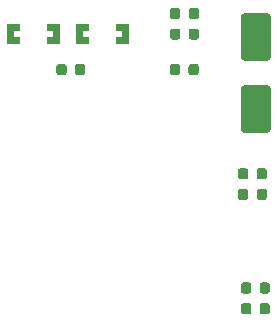
<source format=gbr>
%TF.GenerationSoftware,KiCad,Pcbnew,5.99.0-unknown-ad88874~101~ubuntu20.04.1*%
%TF.CreationDate,2020-05-19T21:35:34-04:00*%
%TF.ProjectId,L6205DIP,4c363230-3544-4495-902e-6b696361645f,rev?*%
%TF.SameCoordinates,Original*%
%TF.FileFunction,Paste,Top*%
%TF.FilePolarity,Positive*%
%FSLAX46Y46*%
G04 Gerber Fmt 4.6, Leading zero omitted, Abs format (unit mm)*
G04 Created by KiCad (PCBNEW 5.99.0-unknown-ad88874~101~ubuntu20.04.1) date 2020-05-19 21:35:34*
%MOMM*%
%LPD*%
G01*
G04 APERTURE LIST*
G04 APERTURE END LIST*
%TO.C,C1*%
G36*
G01*
X128737500Y-115081250D02*
X128737500Y-114568750D01*
G75*
G02*
X128956250Y-114350000I218750J0D01*
G01*
X129393750Y-114350000D01*
G75*
G02*
X129612500Y-114568750I0J-218750D01*
G01*
X129612500Y-115081250D01*
G75*
G02*
X129393750Y-115300000I-218750J0D01*
G01*
X128956250Y-115300000D01*
G75*
G02*
X128737500Y-115081250I0J218750D01*
G01*
G37*
G36*
G01*
X130312500Y-115081250D02*
X130312500Y-114568750D01*
G75*
G02*
X130531250Y-114350000I218750J0D01*
G01*
X130968750Y-114350000D01*
G75*
G02*
X131187500Y-114568750I0J-218750D01*
G01*
X131187500Y-115081250D01*
G75*
G02*
X130968750Y-115300000I-218750J0D01*
G01*
X130531250Y-115300000D01*
G75*
G02*
X130312500Y-115081250I0J218750D01*
G01*
G37*
%TD*%
%TO.C,C2*%
G36*
G01*
X130562500Y-126506250D02*
X130562500Y-125993750D01*
G75*
G02*
X130781250Y-125775000I218750J0D01*
G01*
X131218750Y-125775000D01*
G75*
G02*
X131437500Y-125993750I0J-218750D01*
G01*
X131437500Y-126506250D01*
G75*
G02*
X131218750Y-126725000I-218750J0D01*
G01*
X130781250Y-126725000D01*
G75*
G02*
X130562500Y-126506250I0J218750D01*
G01*
G37*
G36*
G01*
X128987500Y-126506250D02*
X128987500Y-125993750D01*
G75*
G02*
X129206250Y-125775000I218750J0D01*
G01*
X129643750Y-125775000D01*
G75*
G02*
X129862500Y-125993750I0J-218750D01*
G01*
X129862500Y-126506250D01*
G75*
G02*
X129643750Y-126725000I-218750J0D01*
G01*
X129206250Y-126725000D01*
G75*
G02*
X128987500Y-126506250I0J218750D01*
G01*
G37*
%TD*%
%TO.C,C3*%
G36*
G01*
X123862500Y-100993750D02*
X123862500Y-101506250D01*
G75*
G02*
X123643750Y-101725000I-218750J0D01*
G01*
X123206250Y-101725000D01*
G75*
G02*
X122987500Y-101506250I0J218750D01*
G01*
X122987500Y-100993750D01*
G75*
G02*
X123206250Y-100775000I218750J0D01*
G01*
X123643750Y-100775000D01*
G75*
G02*
X123862500Y-100993750I0J-218750D01*
G01*
G37*
G36*
G01*
X125437500Y-100993750D02*
X125437500Y-101506250D01*
G75*
G02*
X125218750Y-101725000I-218750J0D01*
G01*
X124781250Y-101725000D01*
G75*
G02*
X124562500Y-101506250I0J218750D01*
G01*
X124562500Y-100993750D01*
G75*
G02*
X124781250Y-100775000I218750J0D01*
G01*
X125218750Y-100775000D01*
G75*
G02*
X125437500Y-100993750I0J-218750D01*
G01*
G37*
%TD*%
%TO.C,C5*%
G36*
G01*
X123862500Y-102743750D02*
X123862500Y-103256250D01*
G75*
G02*
X123643750Y-103475000I-218750J0D01*
G01*
X123206250Y-103475000D01*
G75*
G02*
X122987500Y-103256250I0J218750D01*
G01*
X122987500Y-102743750D01*
G75*
G02*
X123206250Y-102525000I218750J0D01*
G01*
X123643750Y-102525000D01*
G75*
G02*
X123862500Y-102743750I0J-218750D01*
G01*
G37*
G36*
G01*
X125437500Y-102743750D02*
X125437500Y-103256250D01*
G75*
G02*
X125218750Y-103475000I-218750J0D01*
G01*
X124781250Y-103475000D01*
G75*
G02*
X124562500Y-103256250I0J218750D01*
G01*
X124562500Y-102743750D01*
G75*
G02*
X124781250Y-102525000I218750J0D01*
G01*
X125218750Y-102525000D01*
G75*
G02*
X125437500Y-102743750I0J-218750D01*
G01*
G37*
%TD*%
%TO.C,C6*%
G36*
G01*
X124550000Y-106256250D02*
X124550000Y-105743750D01*
G75*
G02*
X124768750Y-105525000I218750J0D01*
G01*
X125206250Y-105525000D01*
G75*
G02*
X125425000Y-105743750I0J-218750D01*
G01*
X125425000Y-106256250D01*
G75*
G02*
X125206250Y-106475000I-218750J0D01*
G01*
X124768750Y-106475000D01*
G75*
G02*
X124550000Y-106256250I0J218750D01*
G01*
G37*
G36*
G01*
X122975000Y-106256250D02*
X122975000Y-105743750D01*
G75*
G02*
X123193750Y-105525000I218750J0D01*
G01*
X123631250Y-105525000D01*
G75*
G02*
X123850000Y-105743750I0J-218750D01*
G01*
X123850000Y-106256250D01*
G75*
G02*
X123631250Y-106475000I-218750J0D01*
G01*
X123193750Y-106475000D01*
G75*
G02*
X122975000Y-106256250I0J218750D01*
G01*
G37*
%TD*%
%TO.C,R1*%
G36*
G01*
X131187500Y-116318750D02*
X131187500Y-116831250D01*
G75*
G02*
X130968750Y-117050000I-218750J0D01*
G01*
X130531250Y-117050000D01*
G75*
G02*
X130312500Y-116831250I0J218750D01*
G01*
X130312500Y-116318750D01*
G75*
G02*
X130531250Y-116100000I218750J0D01*
G01*
X130968750Y-116100000D01*
G75*
G02*
X131187500Y-116318750I0J-218750D01*
G01*
G37*
G36*
G01*
X129612500Y-116318750D02*
X129612500Y-116831250D01*
G75*
G02*
X129393750Y-117050000I-218750J0D01*
G01*
X128956250Y-117050000D01*
G75*
G02*
X128737500Y-116831250I0J218750D01*
G01*
X128737500Y-116318750D01*
G75*
G02*
X128956250Y-116100000I218750J0D01*
G01*
X129393750Y-116100000D01*
G75*
G02*
X129612500Y-116318750I0J-218750D01*
G01*
G37*
%TD*%
%TO.C,R2*%
G36*
G01*
X129862500Y-124243750D02*
X129862500Y-124756250D01*
G75*
G02*
X129643750Y-124975000I-218750J0D01*
G01*
X129206250Y-124975000D01*
G75*
G02*
X128987500Y-124756250I0J218750D01*
G01*
X128987500Y-124243750D01*
G75*
G02*
X129206250Y-124025000I218750J0D01*
G01*
X129643750Y-124025000D01*
G75*
G02*
X129862500Y-124243750I0J-218750D01*
G01*
G37*
G36*
G01*
X131437500Y-124243750D02*
X131437500Y-124756250D01*
G75*
G02*
X131218750Y-124975000I-218750J0D01*
G01*
X130781250Y-124975000D01*
G75*
G02*
X130562500Y-124756250I0J218750D01*
G01*
X130562500Y-124243750D01*
G75*
G02*
X130781250Y-124025000I218750J0D01*
G01*
X131218750Y-124025000D01*
G75*
G02*
X131437500Y-124243750I0J-218750D01*
G01*
G37*
%TD*%
%TO.C,R3*%
G36*
G01*
X114937500Y-106256250D02*
X114937500Y-105743750D01*
G75*
G02*
X115156250Y-105525000I218750J0D01*
G01*
X115593750Y-105525000D01*
G75*
G02*
X115812500Y-105743750I0J-218750D01*
G01*
X115812500Y-106256250D01*
G75*
G02*
X115593750Y-106475000I-218750J0D01*
G01*
X115156250Y-106475000D01*
G75*
G02*
X114937500Y-106256250I0J218750D01*
G01*
G37*
G36*
G01*
X113362500Y-106256250D02*
X113362500Y-105743750D01*
G75*
G02*
X113581250Y-105525000I218750J0D01*
G01*
X114018750Y-105525000D01*
G75*
G02*
X114237500Y-105743750I0J-218750D01*
G01*
X114237500Y-106256250D01*
G75*
G02*
X114018750Y-106475000I-218750J0D01*
G01*
X113581250Y-106475000D01*
G75*
G02*
X113362500Y-106256250I0J218750D01*
G01*
G37*
%TD*%
%TO.C,C4*%
G36*
G01*
X129250000Y-107350000D02*
X131250000Y-107350000D01*
G75*
G02*
X131500000Y-107600000I0J-250000D01*
G01*
X131500000Y-111100000D01*
G75*
G02*
X131250000Y-111350000I-250000J0D01*
G01*
X129250000Y-111350000D01*
G75*
G02*
X129000000Y-111100000I0J250000D01*
G01*
X129000000Y-107600000D01*
G75*
G02*
X129250000Y-107350000I250000J0D01*
G01*
G37*
G36*
G01*
X129250000Y-101250000D02*
X131250000Y-101250000D01*
G75*
G02*
X131500000Y-101500000I0J-250000D01*
G01*
X131500000Y-105000000D01*
G75*
G02*
X131250000Y-105250000I-250000J0D01*
G01*
X129250000Y-105250000D01*
G75*
G02*
X129000000Y-105000000I0J250000D01*
G01*
X129000000Y-101500000D01*
G75*
G02*
X129250000Y-101250000I250000J0D01*
G01*
G37*
%TD*%
%TO.C,D2*%
G36*
X119500000Y-103825000D02*
G01*
X118400000Y-103825000D01*
X118400000Y-103250000D01*
X118900000Y-103250000D01*
X118900000Y-102750000D01*
X118400000Y-102750000D01*
X118400000Y-102175000D01*
X119500000Y-102175000D01*
X119500000Y-103825000D01*
G37*
G36*
X115000001Y-102175000D02*
G01*
X116100000Y-102175001D01*
X116100000Y-102750001D01*
X115600000Y-102750001D01*
X115599999Y-103250000D01*
X116100000Y-103250000D01*
X116099999Y-103825000D01*
X115000000Y-103825000D01*
X115000001Y-102175000D01*
G37*
%TD*%
%TO.C,D1*%
G36*
X109150001Y-102175000D02*
G01*
X110250000Y-102175001D01*
X110250000Y-102750001D01*
X109750000Y-102750001D01*
X109749999Y-103250000D01*
X110250000Y-103250000D01*
X110249999Y-103825000D01*
X109150000Y-103825000D01*
X109150001Y-102175000D01*
G37*
G36*
X113650000Y-103825000D02*
G01*
X112550000Y-103825000D01*
X112550000Y-103250000D01*
X113050000Y-103250000D01*
X113050000Y-102750000D01*
X112550000Y-102750000D01*
X112550000Y-102175000D01*
X113650000Y-102175000D01*
X113650000Y-103825000D01*
G37*
%TD*%
M02*

</source>
